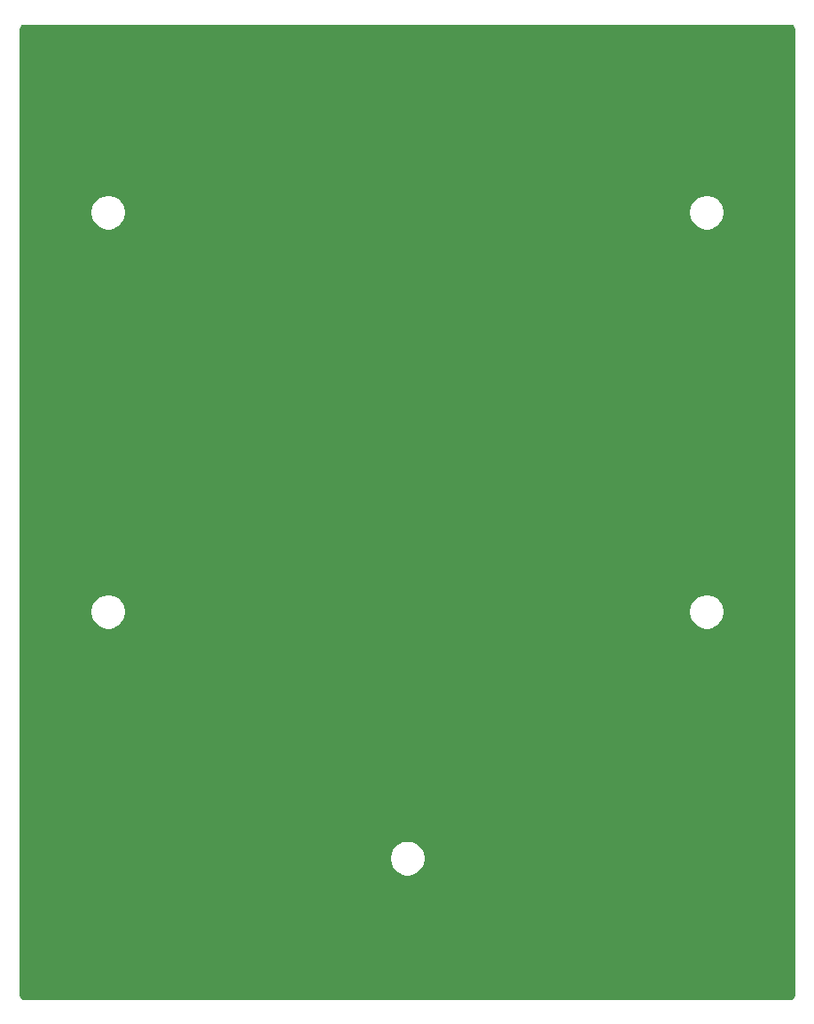
<source format=gbr>
G04 #@! TF.GenerationSoftware,KiCad,Pcbnew,(5.1.7)-1*
G04 #@! TF.CreationDate,2020-12-29T23:31:17-08:00*
G04 #@! TF.ProjectId,base,62617365-2e6b-4696-9361-645f70636258,rev?*
G04 #@! TF.SameCoordinates,Original*
G04 #@! TF.FileFunction,Copper,L1,Top*
G04 #@! TF.FilePolarity,Positive*
%FSLAX46Y46*%
G04 Gerber Fmt 4.6, Leading zero omitted, Abs format (unit mm)*
G04 Created by KiCad (PCBNEW (5.1.7)-1) date 2020-12-29 23:31:17*
%MOMM*%
%LPD*%
G01*
G04 APERTURE LIST*
G04 #@! TA.AperFunction,ViaPad*
%ADD10C,0.800000*%
G04 #@! TD*
G04 #@! TA.AperFunction,Conductor*
%ADD11C,0.254000*%
G04 #@! TD*
G04 #@! TA.AperFunction,Conductor*
%ADD12C,0.100000*%
G04 #@! TD*
G04 APERTURE END LIST*
D10*
X146150200Y-115224001D03*
D11*
X182360547Y-43444222D02*
X182418786Y-43461805D01*
X182472501Y-43490366D01*
X182519646Y-43528816D01*
X182558424Y-43575691D01*
X182587358Y-43629204D01*
X182605349Y-43687323D01*
X182615001Y-43779154D01*
X182615000Y-135916656D01*
X182605778Y-136010707D01*
X182588194Y-136068948D01*
X182559635Y-136122661D01*
X182521183Y-136169807D01*
X182474310Y-136208584D01*
X182420796Y-136237519D01*
X182362677Y-136255510D01*
X182270855Y-136265161D01*
X109183705Y-136265161D01*
X109089654Y-136255939D01*
X109031413Y-136238355D01*
X108977700Y-136209796D01*
X108930554Y-136171344D01*
X108891777Y-136124471D01*
X108862842Y-136070957D01*
X108844851Y-136012838D01*
X108835200Y-135921016D01*
X108835200Y-122728618D01*
X144015475Y-122728618D01*
X144015475Y-123070384D01*
X144082150Y-123405582D01*
X144212938Y-123721332D01*
X144402812Y-124005499D01*
X144644477Y-124247164D01*
X144928644Y-124437038D01*
X145244394Y-124567826D01*
X145579592Y-124634501D01*
X145921358Y-124634501D01*
X146256556Y-124567826D01*
X146572306Y-124437038D01*
X146856473Y-124247164D01*
X147098138Y-124005499D01*
X147288012Y-123721332D01*
X147418800Y-123405582D01*
X147485475Y-123070384D01*
X147485475Y-122728618D01*
X147418800Y-122393420D01*
X147288012Y-122077670D01*
X147098138Y-121793503D01*
X146856473Y-121551838D01*
X146572306Y-121361964D01*
X146256556Y-121231176D01*
X145921358Y-121164501D01*
X145579592Y-121164501D01*
X145244394Y-121231176D01*
X144928644Y-121361964D01*
X144644477Y-121551838D01*
X144402812Y-121793503D01*
X144212938Y-122077670D01*
X144082150Y-122393420D01*
X144015475Y-122728618D01*
X108835200Y-122728618D01*
X108835200Y-99204118D01*
X115415199Y-99204118D01*
X115415199Y-99545884D01*
X115481874Y-99881082D01*
X115612662Y-100196832D01*
X115802536Y-100480999D01*
X116044201Y-100722664D01*
X116328368Y-100912538D01*
X116644118Y-101043326D01*
X116979316Y-101110001D01*
X117321082Y-101110001D01*
X117656280Y-101043326D01*
X117972030Y-100912538D01*
X118256197Y-100722664D01*
X118497862Y-100480999D01*
X118687736Y-100196832D01*
X118818524Y-99881082D01*
X118885199Y-99545884D01*
X118885199Y-99204118D01*
X172565000Y-99204118D01*
X172565000Y-99545884D01*
X172631675Y-99881082D01*
X172762463Y-100196832D01*
X172952337Y-100480999D01*
X173194002Y-100722664D01*
X173478169Y-100912538D01*
X173793919Y-101043326D01*
X174129117Y-101110001D01*
X174470883Y-101110001D01*
X174806081Y-101043326D01*
X175121831Y-100912538D01*
X175405998Y-100722664D01*
X175647663Y-100480999D01*
X175837537Y-100196832D01*
X175968325Y-99881082D01*
X176035000Y-99545884D01*
X176035000Y-99204118D01*
X175968325Y-98868920D01*
X175837537Y-98553170D01*
X175647663Y-98269003D01*
X175405998Y-98027338D01*
X175121831Y-97837464D01*
X174806081Y-97706676D01*
X174470883Y-97640001D01*
X174129117Y-97640001D01*
X173793919Y-97706676D01*
X173478169Y-97837464D01*
X173194002Y-98027338D01*
X172952337Y-98269003D01*
X172762463Y-98553170D01*
X172631675Y-98868920D01*
X172565000Y-99204118D01*
X118885199Y-99204118D01*
X118818524Y-98868920D01*
X118687736Y-98553170D01*
X118497862Y-98269003D01*
X118256197Y-98027338D01*
X117972030Y-97837464D01*
X117656280Y-97706676D01*
X117321082Y-97640001D01*
X116979316Y-97640001D01*
X116644118Y-97706676D01*
X116328368Y-97837464D01*
X116044201Y-98027338D01*
X115802536Y-98269003D01*
X115612662Y-98553170D01*
X115481874Y-98868920D01*
X115415199Y-99204118D01*
X108835200Y-99204118D01*
X108835200Y-61104118D01*
X115415200Y-61104118D01*
X115415200Y-61445884D01*
X115481875Y-61781082D01*
X115612663Y-62096832D01*
X115802537Y-62380999D01*
X116044202Y-62622664D01*
X116328369Y-62812538D01*
X116644119Y-62943326D01*
X116979317Y-63010001D01*
X117321083Y-63010001D01*
X117656281Y-62943326D01*
X117972031Y-62812538D01*
X118256198Y-62622664D01*
X118497863Y-62380999D01*
X118687737Y-62096832D01*
X118818525Y-61781082D01*
X118885200Y-61445884D01*
X118885200Y-61104118D01*
X172565000Y-61104118D01*
X172565000Y-61445884D01*
X172631675Y-61781082D01*
X172762463Y-62096832D01*
X172952337Y-62380999D01*
X173194002Y-62622664D01*
X173478169Y-62812538D01*
X173793919Y-62943326D01*
X174129117Y-63010001D01*
X174470883Y-63010001D01*
X174806081Y-62943326D01*
X175121831Y-62812538D01*
X175405998Y-62622664D01*
X175647663Y-62380999D01*
X175837537Y-62096832D01*
X175968325Y-61781082D01*
X176035000Y-61445884D01*
X176035000Y-61104118D01*
X175968325Y-60768920D01*
X175837537Y-60453170D01*
X175647663Y-60169003D01*
X175405998Y-59927338D01*
X175121831Y-59737464D01*
X174806081Y-59606676D01*
X174470883Y-59540001D01*
X174129117Y-59540001D01*
X173793919Y-59606676D01*
X173478169Y-59737464D01*
X173194002Y-59927338D01*
X172952337Y-60169003D01*
X172762463Y-60453170D01*
X172631675Y-60768920D01*
X172565000Y-61104118D01*
X118885200Y-61104118D01*
X118818525Y-60768920D01*
X118687737Y-60453170D01*
X118497863Y-60169003D01*
X118256198Y-59927338D01*
X117972031Y-59737464D01*
X117656281Y-59606676D01*
X117321083Y-59540001D01*
X116979317Y-59540001D01*
X116644119Y-59606676D01*
X116328369Y-59737464D01*
X116044202Y-59927338D01*
X115802537Y-60169003D01*
X115612663Y-60453170D01*
X115481875Y-60768920D01*
X115415200Y-61104118D01*
X108835200Y-61104118D01*
X108835200Y-43783505D01*
X108844422Y-43689453D01*
X108862005Y-43631214D01*
X108890566Y-43577499D01*
X108929016Y-43530354D01*
X108975891Y-43491576D01*
X109029404Y-43462642D01*
X109087523Y-43444651D01*
X109179345Y-43435000D01*
X182266495Y-43435000D01*
X182360547Y-43444222D01*
G04 #@! TA.AperFunction,Conductor*
D12*
G36*
X182360547Y-43444222D02*
G01*
X182418786Y-43461805D01*
X182472501Y-43490366D01*
X182519646Y-43528816D01*
X182558424Y-43575691D01*
X182587358Y-43629204D01*
X182605349Y-43687323D01*
X182615001Y-43779154D01*
X182615000Y-135916656D01*
X182605778Y-136010707D01*
X182588194Y-136068948D01*
X182559635Y-136122661D01*
X182521183Y-136169807D01*
X182474310Y-136208584D01*
X182420796Y-136237519D01*
X182362677Y-136255510D01*
X182270855Y-136265161D01*
X109183705Y-136265161D01*
X109089654Y-136255939D01*
X109031413Y-136238355D01*
X108977700Y-136209796D01*
X108930554Y-136171344D01*
X108891777Y-136124471D01*
X108862842Y-136070957D01*
X108844851Y-136012838D01*
X108835200Y-135921016D01*
X108835200Y-122728618D01*
X144015475Y-122728618D01*
X144015475Y-123070384D01*
X144082150Y-123405582D01*
X144212938Y-123721332D01*
X144402812Y-124005499D01*
X144644477Y-124247164D01*
X144928644Y-124437038D01*
X145244394Y-124567826D01*
X145579592Y-124634501D01*
X145921358Y-124634501D01*
X146256556Y-124567826D01*
X146572306Y-124437038D01*
X146856473Y-124247164D01*
X147098138Y-124005499D01*
X147288012Y-123721332D01*
X147418800Y-123405582D01*
X147485475Y-123070384D01*
X147485475Y-122728618D01*
X147418800Y-122393420D01*
X147288012Y-122077670D01*
X147098138Y-121793503D01*
X146856473Y-121551838D01*
X146572306Y-121361964D01*
X146256556Y-121231176D01*
X145921358Y-121164501D01*
X145579592Y-121164501D01*
X145244394Y-121231176D01*
X144928644Y-121361964D01*
X144644477Y-121551838D01*
X144402812Y-121793503D01*
X144212938Y-122077670D01*
X144082150Y-122393420D01*
X144015475Y-122728618D01*
X108835200Y-122728618D01*
X108835200Y-99204118D01*
X115415199Y-99204118D01*
X115415199Y-99545884D01*
X115481874Y-99881082D01*
X115612662Y-100196832D01*
X115802536Y-100480999D01*
X116044201Y-100722664D01*
X116328368Y-100912538D01*
X116644118Y-101043326D01*
X116979316Y-101110001D01*
X117321082Y-101110001D01*
X117656280Y-101043326D01*
X117972030Y-100912538D01*
X118256197Y-100722664D01*
X118497862Y-100480999D01*
X118687736Y-100196832D01*
X118818524Y-99881082D01*
X118885199Y-99545884D01*
X118885199Y-99204118D01*
X172565000Y-99204118D01*
X172565000Y-99545884D01*
X172631675Y-99881082D01*
X172762463Y-100196832D01*
X172952337Y-100480999D01*
X173194002Y-100722664D01*
X173478169Y-100912538D01*
X173793919Y-101043326D01*
X174129117Y-101110001D01*
X174470883Y-101110001D01*
X174806081Y-101043326D01*
X175121831Y-100912538D01*
X175405998Y-100722664D01*
X175647663Y-100480999D01*
X175837537Y-100196832D01*
X175968325Y-99881082D01*
X176035000Y-99545884D01*
X176035000Y-99204118D01*
X175968325Y-98868920D01*
X175837537Y-98553170D01*
X175647663Y-98269003D01*
X175405998Y-98027338D01*
X175121831Y-97837464D01*
X174806081Y-97706676D01*
X174470883Y-97640001D01*
X174129117Y-97640001D01*
X173793919Y-97706676D01*
X173478169Y-97837464D01*
X173194002Y-98027338D01*
X172952337Y-98269003D01*
X172762463Y-98553170D01*
X172631675Y-98868920D01*
X172565000Y-99204118D01*
X118885199Y-99204118D01*
X118818524Y-98868920D01*
X118687736Y-98553170D01*
X118497862Y-98269003D01*
X118256197Y-98027338D01*
X117972030Y-97837464D01*
X117656280Y-97706676D01*
X117321082Y-97640001D01*
X116979316Y-97640001D01*
X116644118Y-97706676D01*
X116328368Y-97837464D01*
X116044201Y-98027338D01*
X115802536Y-98269003D01*
X115612662Y-98553170D01*
X115481874Y-98868920D01*
X115415199Y-99204118D01*
X108835200Y-99204118D01*
X108835200Y-61104118D01*
X115415200Y-61104118D01*
X115415200Y-61445884D01*
X115481875Y-61781082D01*
X115612663Y-62096832D01*
X115802537Y-62380999D01*
X116044202Y-62622664D01*
X116328369Y-62812538D01*
X116644119Y-62943326D01*
X116979317Y-63010001D01*
X117321083Y-63010001D01*
X117656281Y-62943326D01*
X117972031Y-62812538D01*
X118256198Y-62622664D01*
X118497863Y-62380999D01*
X118687737Y-62096832D01*
X118818525Y-61781082D01*
X118885200Y-61445884D01*
X118885200Y-61104118D01*
X172565000Y-61104118D01*
X172565000Y-61445884D01*
X172631675Y-61781082D01*
X172762463Y-62096832D01*
X172952337Y-62380999D01*
X173194002Y-62622664D01*
X173478169Y-62812538D01*
X173793919Y-62943326D01*
X174129117Y-63010001D01*
X174470883Y-63010001D01*
X174806081Y-62943326D01*
X175121831Y-62812538D01*
X175405998Y-62622664D01*
X175647663Y-62380999D01*
X175837537Y-62096832D01*
X175968325Y-61781082D01*
X176035000Y-61445884D01*
X176035000Y-61104118D01*
X175968325Y-60768920D01*
X175837537Y-60453170D01*
X175647663Y-60169003D01*
X175405998Y-59927338D01*
X175121831Y-59737464D01*
X174806081Y-59606676D01*
X174470883Y-59540001D01*
X174129117Y-59540001D01*
X173793919Y-59606676D01*
X173478169Y-59737464D01*
X173194002Y-59927338D01*
X172952337Y-60169003D01*
X172762463Y-60453170D01*
X172631675Y-60768920D01*
X172565000Y-61104118D01*
X118885200Y-61104118D01*
X118818525Y-60768920D01*
X118687737Y-60453170D01*
X118497863Y-60169003D01*
X118256198Y-59927338D01*
X117972031Y-59737464D01*
X117656281Y-59606676D01*
X117321083Y-59540001D01*
X116979317Y-59540001D01*
X116644119Y-59606676D01*
X116328369Y-59737464D01*
X116044202Y-59927338D01*
X115802537Y-60169003D01*
X115612663Y-60453170D01*
X115481875Y-60768920D01*
X115415200Y-61104118D01*
X108835200Y-61104118D01*
X108835200Y-43783505D01*
X108844422Y-43689453D01*
X108862005Y-43631214D01*
X108890566Y-43577499D01*
X108929016Y-43530354D01*
X108975891Y-43491576D01*
X109029404Y-43462642D01*
X109087523Y-43444651D01*
X109179345Y-43435000D01*
X182266495Y-43435000D01*
X182360547Y-43444222D01*
G37*
G04 #@! TD.AperFunction*
M02*

</source>
